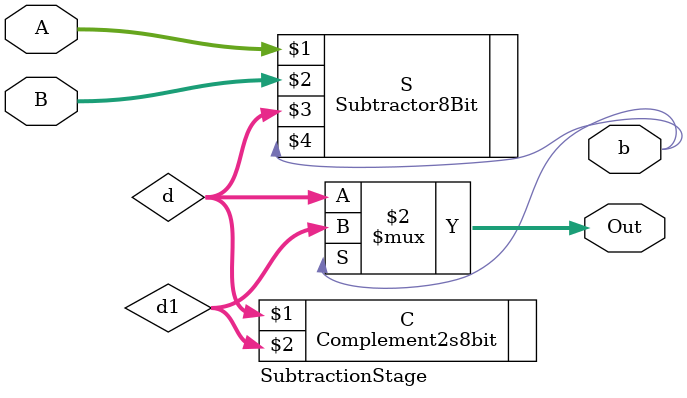
<source format=v>

module SubtractionStage(

   A,B,
    Out,
	 b
    );  
input [7:0] A,
    B;
    output [7:0] Out;
	 output b;
	 
wire [7:0]d;
wire [7:0]d1;

Subtractor8Bit S(A,B,d,b);
Complement2s8bit C(d, d1);
assign Out=(b == 1'b1)?d1:d;
endmodule
</source>
